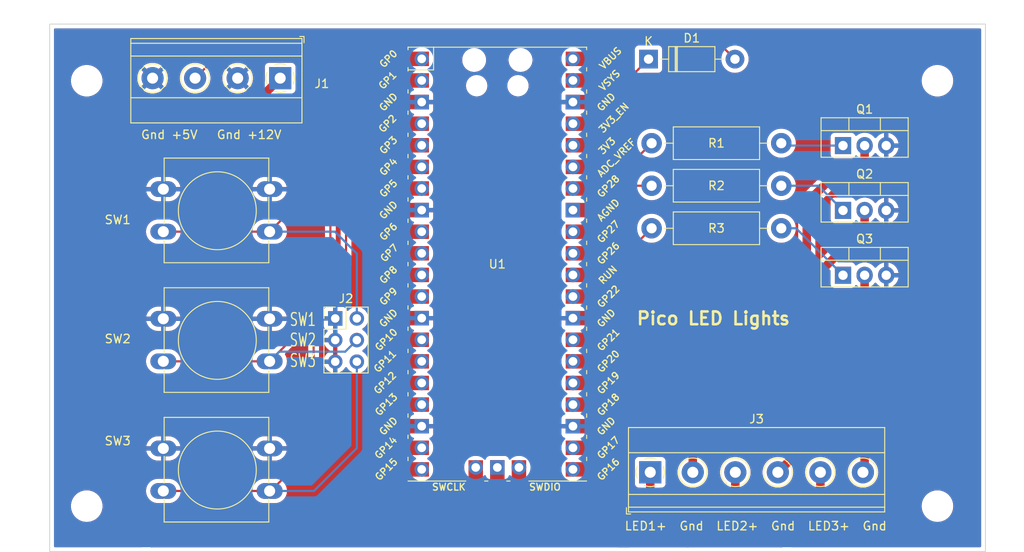
<source format=kicad_pcb>
(kicad_pcb (version 20211014) (generator pcbnew)
  (layers (0 "F.Cu" signal) (31 "B.Cu" signal) (34 "B.Paste" user) (35 "F.Paste" user) (36 "B.SilkS" user "B.Silkscreen") (37 "F.SilkS" user "F.Silkscreen") (38 "B.Mask" user) (39 "F.Mask" user) (44 "Edge.Cuts" user))
  (net 0 "")
  (net 1 "Net-(D1-Pad1)")
  (net 2 "+5V")
  (net 3 "+12V")
  (net 4 "GND")
  (net 5 "Net-(J2-Pad4)")
  (net 6 "Net-(J2-Pad2)")
  (net 7 "Net-(J2-Pad6)")
  (net 8 "Net-(J3-Pad2)")
  (net 9 "Net-(J3-Pad4)")
  (net 10 "Net-(J3-Pad6)")
  (net 11 "Net-(Q1-Pad1)")
  (net 12 "Net-(Q2-Pad1)")
  (net 13 "Net-(Q3-Pad1)")
  (net 14 "Net-(R1-Pad2)")
  (net 15 "Net-(R2-Pad2)")
  (net 16 "Net-(R3-Pad2)")
  (footprint "Button_Switch_THT:SW_PUSH-12mm" (layer "F.Cu") (at 95.36 86.4)
    (fp_text reference "SW1" (at -5.36 3.6) (layer "F.SilkS"))
    (fp_text value "SW_Push")
    (fp_line (start 0.1 4.07) (end 0.1 0.93) (layer "F.SilkS") (width 0.12))
    (fp_line (start 12.4 8.65) (end 0.1 8.65) (layer "F.SilkS") (width 0.12))
    (fp_line (start 0.1 -0.93) (end 0.1 -3.65) (layer "F.SilkS") (width 0.12))
    (fp_line (start 12.4 0.93) (end 12.4 4.07) (layer "F.SilkS") (width 0.12))
    (fp_line (start 12.4 5.93) (end 12.4 8.65) (layer "F.SilkS") (width 0.12))
    (fp_line (start 12.4 -3.65) (end 12.4 -0.93) (layer "F.SilkS") (width 0.12))
    (fp_line (start 0.1 -3.65) (end 12.4 -3.65) (layer "F.SilkS") (width 0.12))
    (fp_line (start 0.1 8.65) (end 0.1 5.93) (layer "F.SilkS") (width 0.12))
    (fp_circle (center 6.35 2.54) (end 10.16 5.08) (layer "F.SilkS") (width 0.12) (fill none))
    (pad "1" thru_hole oval (at 0 0) (size 3.048 1.85) (drill 1.3) (layers *.Cu *.Mask) (net 4 "GND"))
    (pad "1" thru_hole oval (at 12.5 0) (size 3.048 1.85) (drill 1.3) (layers *.Cu *.Mask) (net 4 "GND"))
    (pad "2" thru_hole oval (at 0 5) (size 3.048 1.85) (drill 1.3) (layers *.Cu *.Mask) (net 6 "Net-(J2-Pad2)"))
    (pad "2" thru_hole oval (at 12.5 5) (size 3.048 1.85) (drill 1.3) (layers *.Cu *.Mask) (net 6 "Net-(J2-Pad2)"))
  )
  (footprint "MountingHole:MountingHole_2.7mm_M2.5" (layer "F.Cu") (at 86.36 73.66)
    (fp_text reference "REF**")
    (fp_text value "MountingHole_2.7mm_M2.5")
    (pad "" np_thru_hole circle (at 0 0) (size 2.7 2.7) (drill 2.7) (layers *.Cu *.Mask))
    (pad "" np_thru_hole circle (at 0 0) (size 2.7 2.7) (drill 2.7) (layers *.Cu *.Mask))
  )
  (footprint "Button_Switch_THT:SW_PUSH-12mm" (layer "F.Cu") (at 95.36 116.88)
    (fp_text reference "SW3" (at -5.36 -0.88) (layer "F.SilkS"))
    (fp_text value "SW_Push")
    (fp_line (start 0.1 -3.65) (end 12.4 -3.65) (layer "F.SilkS") (width 0.12))
    (fp_line (start 0.1 -0.93) (end 0.1 -3.65) (layer "F.SilkS") (width 0.12))
    (fp_line (start 12.4 5.93) (end 12.4 8.65) (layer "F.SilkS") (width 0.12))
    (fp_line (start 12.4 0.93) (end 12.4 4.07) (layer "F.SilkS") (width 0.12))
    (fp_line (start 0.1 4.07) (end 0.1 0.93) (layer "F.SilkS") (width 0.12))
    (fp_line (start 12.4 -3.65) (end 12.4 -0.93) (layer "F.SilkS") (width 0.12))
    (fp_line (start 0.1 8.65) (end 0.1 5.93) (layer "F.SilkS") (width 0.12))
    (fp_line (start 12.4 8.65) (end 0.1 8.65) (layer "F.SilkS") (width 0.12))
    (fp_circle (center 6.35 2.54) (end 10.16 5.08) (layer "F.SilkS") (width 0.12) (fill none))
    (pad "1" thru_hole oval (at 0 0) (size 3.048 1.85) (drill 1.3) (layers *.Cu *.Mask) (net 4 "GND"))
    (pad "1" thru_hole oval (at 12.5 0) (size 3.048 1.85) (drill 1.3) (layers *.Cu *.Mask) (net 4 "GND"))
    (pad "2" thru_hole oval (at 12.5 5) (size 3.048 1.85) (drill 1.3) (layers *.Cu *.Mask) (net 7 "Net-(J2-Pad6)"))
    (pad "2" thru_hole oval (at 0 5) (size 3.048 1.85) (drill 1.3) (layers *.Cu *.Mask) (net 7 "Net-(J2-Pad6)"))
  )
  (footprint "Resistor_THT:R_Axial_DIN0411_L9.9mm_D3.6mm_P15.24mm_Horizontal" (layer "F.Cu") (at 168 81 180)
    (fp_text reference "R1" (at 7.62 0) (layer "F.SilkS"))
    (fp_text value "470R")
    (fp_line (start 2.55 1.92) (end 12.69 1.92) (layer "F.SilkS") (width 0.12))
    (fp_line (start 2.55 -1.92) (end 2.55 1.92) (layer "F.SilkS") (width 0.12))
    (fp_line (start 1.44 0) (end 2.55 0) (layer "F.SilkS") (width 0.12))
    (fp_line (start 13.8 0) (end 12.69 0) (layer "F.SilkS") (width 0.12))
    (fp_line (start 12.69 1.92) (end 12.69 -1.92) (layer "F.SilkS") (width 0.12))
    (fp_line (start 12.69 -1.92) (end 2.55 -1.92) (layer "F.SilkS") (width 0.12))
    (pad "1" thru_hole circle (at 0 0 180) (size 2.4 2.4) (drill 1.2) (layers *.Cu *.Mask) (net 11 "Net-(Q1-Pad1)"))
    (pad "2" thru_hole oval (at 15.24 0 180) (size 2.4 2.4) (drill 1.2) (layers *.Cu *.Mask) (net 14 "Net-(R1-Pad2)"))
  )
  (footprint "Package_TO_SOT_THT:TO-220-3_Vertical" (layer "F.Cu") (at 175.26 88.9)
    (fp_text reference "Q2" (at 2.54 -4.27) (layer "F.SilkS"))
    (fp_text value "IRLB8721PBF")
    (fp_line (start 7.66 -3.27) (end 7.66 1.371) (layer "F.SilkS") (width 0.12))
    (fp_line (start 0.69 -3.27) (end 0.69 -1.76) (layer "F.SilkS") (width 0.12))
    (fp_line (start -2.58 -3.27) (end 7.66 -3.27) (layer "F.SilkS") (width 0.12))
    (fp_line (start 4.391 -3.27) (end 4.391 -1.76) (layer "F.SilkS") (width 0.12))
    (fp_line (start -2.58 1.371) (end 7.66 1.371) (layer "F.SilkS") (width 0.12))
    (fp_line (start -2.58 -3.27) (end -2.58 1.371) (layer "F.SilkS") (width 0.12))
    (fp_line (start -2.58 -1.76) (end 7.66 -1.76) (layer "F.SilkS") (width 0.12))
    (pad "1" thru_hole rect (at 0 0) (size 1.905 2) (drill 1.1) (layers *.Cu *.Mask) (net 12 "Net-(Q2-Pad1)"))
    (pad "2" thru_hole oval (at 2.54 0) (size 1.905 2) (drill 1.1) (layers *.Cu *.Mask) (net 9 "Net-(J3-Pad4)"))
    (pad "3" thru_hole oval (at 5.08 0) (size 1.905 2) (drill 1.1) (layers *.Cu *.Mask) (net 4 "GND"))
  )
  (footprint "Package_TO_SOT_THT:TO-220-3_Vertical" (layer "F.Cu") (at 175.26 81.28)
    (fp_text reference "Q1" (at 2.54 -4.27) (layer "F.SilkS"))
    (fp_text value "IRLB8721PBF")
    (fp_line (start 4.391 -3.27) (end 4.391 -1.76) (layer "F.SilkS") (width 0.12))
    (fp_line (start -2.58 -3.27) (end 7.66 -3.27) (layer "F.SilkS") (width 0.12))
    (fp_line (start -2.58 -1.76) (end 7.66 -1.76) (layer "F.SilkS") (width 0.12))
    (fp_line (start -2.58 -3.27) (end -2.58 1.371) (layer "F.SilkS") (width 0.12))
    (fp_line (start -2.58 1.371) (end 7.66 1.371) (layer "F.SilkS") (width 0.12))
    (fp_line (start 0.69 -3.27) (end 0.69 -1.76) (layer "F.SilkS") (width 0.12))
    (fp_line (start 7.66 -3.27) (end 7.66 1.371) (layer "F.SilkS") (width 0.12))
    (pad "1" thru_hole rect (at 0 0) (size 1.905 2) (drill 1.1) (layers *.Cu *.Mask) (net 11 "Net-(Q1-Pad1)"))
    (pad "2" thru_hole oval (at 2.54 0) (size 1.905 2) (drill 1.1) (layers *.Cu *.Mask) (net 8 "Net-(J3-Pad2)"))
    (pad "3" thru_hole oval (at 5.08 0) (size 1.905 2) (drill 1.1) (layers *.Cu *.Mask) (net 4 "GND"))
  )
  (footprint "RPi_Pico:RPi_Pico_SMD_TH" (layer "F.Cu") (at 134.625 95.215)
    (fp_text reference "U1" (at 0 0) (layer "F.SilkS"))
    (fp_text value "Pico")
    (fp_text user "GP5" (at -12.8 -8.89 45) (layer "F.SilkS") (effects (font (size 0.8 0.8))))
    (fp_text user "GND" (at -12.8 -19.05 45) (layer "F.SilkS") (effects (font (size 0.8 0.8))))
    (fp_text user "GP18" (at 13.054 16.51 45) (layer "F.SilkS") (effects (font (size 0.8 0.8))))
    (fp_text user "GP14" (at -13.1 21.59 45) (layer "F.SilkS") (effects (font (size 0.8 0.8))))
    (fp_text user "GP4" (at -12.8 -11.43 45) (layer "F.SilkS") (effects (font (size 0.8 0.8))))
    (fp_text user "GP8" (at -12.8 1.27 45) (layer "F.SilkS") (effects (font (size 0.8 0.8))))
    (fp_text user "GND" (at 12.8 19.05 45) (layer "F.SilkS") (effects (font (size 0.8 0.8))))
    (fp_text user "GP16" (at 13.054 24.13 45) (layer "F.SilkS") (effects (font (size 0.8 0.8))))
    (fp_text user "GND" (at -12.8 6.35 45) (layer "F.SilkS") (effects (font (size 0.8 0.8))))
    (fp_text user "RUN" (at 13 1.27 45) (layer "F.SilkS") (effects (font (size 0.8 0.8))))
    (fp_text user "GP6" (at -12.8 -3.81 45) (layer "F.SilkS") (effects (font (size 0.8 0.8))))
    (fp_text user "AGND" (at 13.054 -6.35 45) (layer "F.SilkS") (effects (font (size 0.8 0.8))))
    (fp_text user "VSYS" (at 13.2 -21.59 45) (layer "F.SilkS") (effects (font (size 0.8 0.8))))
    (fp_text user "GP27" (at 13.054 -3.8 45) (layer "F.SilkS") (effects (font (size 0.8 0.8))))
    (fp_text user "GP2" (at -12.9 -16.51 45) (layer "F.SilkS") (effects (font (size 0.8 0.8))))
    (fp_text user "GND" (at 12.8 6.35 45) (layer "F.SilkS") (effects (font (size 0.8 0.8))))
    (fp_text user "GND" (at -12.8 19.05 45) (layer "F.SilkS") (effects (font (size 0.8 0.8))))
    (fp_text user "GP11" (at -13.2 11.43 45) (layer "F.SilkS") (effects (font (size 0.8 0.8))))
    (fp_text user "GP9" (at -12.8 3.81 45) (layer "F.SilkS") (effects (font (size 0.8 0.8))))
    (fp_text user "GP1" (at -12.9 -21.6 45) (layer "F.SilkS") (effects (font (size 0.8 0.8))))
    (fp_text user "GP7" (at -12.7 -1.3 45) (layer "F.SilkS") (effects (font (size 0.8 0.8))))
    (fp_text user "GP28" (at 13.054 -9.144 45) (layer "F.SilkS") (effects (font (size 0.8 0.8))))
    (fp_text user "GP12" (at -13.2 13.97 45) (layer "F.SilkS") (effects (font (size 0.8 0.8))))
    (fp_text user "3V3" (at 12.9 -13.9 45) (layer "F.SilkS") (effects (font (size 0.8 0.8))))
    (fp_text user "GP21" (at 13.054 8.9 45) (layer "F.SilkS") (effects (font (size 0.8 0.8))))
    (fp_text user "GND" (at 12.8 -19.05 45) (layer "F.SilkS") (effects (font (size 0.8 0.8))))
    (fp_text user "GP20" (at 13.054 11.43 45) (layer "F.SilkS") (effects (font (size 0.8 0.8))))
    (fp_text user "GP22" (at 13.054 3.81 45) (layer "F.SilkS") (effects (font (size 0.8 0.8))))
    (fp_text user "GND" (at -12.8 -6.35 45) (layer "F.SilkS") (effects (font (size 0.8 0.8))))
    (fp_text user "GP13" (at -13.054 16.51 45) (layer "F.SilkS") (effects (font (size 0.8 0.8))))
    (fp_text user "GP19" (at 13.054 13.97 45) (layer "F.SilkS") (effects (font (size 0.8 0.8))))
    (fp_text user "GP10" (at -13.054 8.89 45) (layer "F.SilkS") (effects (font (size 0.8 0.8))))
    (fp_text user "GP0" (at -12.8 -24.13 45) (layer "F.SilkS") (effects (font (size 0.8 0.8))))
    (fp_text user "GP26" (at 13.054 -1.27 45) (layer "F.SilkS") (effects (font (size 0.8 0.8))))
    (fp_text user "GP15" (at -13.054 24.13 45) (layer "F.SilkS") (effects (font (size 0.8 0.8))))
    (fp_text user "VBUS" (at 13.3 -24.2 45) (layer "F.SilkS") (effects (font (size 0.8 0.8))))
    (fp_text user "GP3" (at -12.8 -13.97 45) (layer "F.SilkS") (effects (font (size 0.8 0.8))))
    (fp_text user "SWDIO" (at 5.6 26.2) (layer "F.SilkS") (effects (font (size 0.8 0.8))))
    (fp_text user "GP17" (at 13.054 21.59 45) (layer "F.SilkS") (effects (font (size 0.8 0.8))))
    (fp_text user "ADC_VREF" (at 14 -12.5 45) (layer "F.SilkS") (effects (font (size 0.8 0.8))))
    (fp_text user "3V3_EN" (at 13.7 -17.2 45) (layer "F.SilkS") (effects (font (size 0.8 0.8))))
    (fp_text user "SWCLK" (at -5.7 26.2) (layer "F.SilkS") (effects (font (size 0.8 0.8))))
    (fp_line (start -7.493 -22.833) (end -7.493 -25.5) (layer "F.SilkS") (width 0.12))
    (fp_line (start -10.5 22.7) (end -10.5 23.1) (layer "F.SilkS") (width 0.12))
    (fp_line (start -10.5 -23.1) (end -10.5 -22.7) (layer "F.SilkS") (width 0.12))
    (fp_line (start 10.5 -18) (end 10.5 -17.6) (layer "F.SilkS") (width 0.12))
    (fp_line (start 10.5 22.7) (end 10.5 23.1) (layer "F.SilkS") (width 0.12))
    (fp_line (start -10.5 -20.5) (end -10.5 -20.1) (layer "F.SilkS") (width 0.12))
    (fp_line (start -10.5 -12.9) (end -10.5 -12.5) (layer "F.SilkS") (width 0.12))
    (fp_line (start 1.1 25.5) (end 1.5 25.5) (layer "F.SilkS") (width 0.12))
    (fp_line (start 10.5 -23.1) (end 10.5 -22.7) (layer "F.SilkS") (width 0.12))
    (fp_line (start -10.5 17.6) (end -10.5 18) (layer "F.SilkS") (width 0.12))
    (fp_line (start -10.5 7.4) (end -10.5 7.8) (layer "F.SilkS") (width 0.12))
    (fp_line (start 10.5 -7.8) (end 10.5 -7.4) (layer "F.SilkS") (width 0.12))
    (fp_line (start 10.5 20.1) (end 10.5 20.5) (layer "F.SilkS") (width 0.12))
    (fp_line (start 10.5 -12.9) (end 10.5 -12.5) (layer "F.SilkS") (width 0.12))
    (fp_line (start 10.5 -20.5) (end 10.5 -20.1) (layer "F.SilkS") (width 0.12))
    (fp_line (start -1.5 25.5) (end -1.1 25.5) (layer "F.SilkS") (width 0.12))
    (fp_line (start -10.5 15.1) (end -10.5 15.5) (layer "F.SilkS") (width 0.12))
    (fp_line (start 10.5 -2.7) (end 10.5 -2.3) (layer "F.SilkS") (width 0.12))
    (fp_line (start -10.5 -7.8) (end -10.5 -7.4) (layer "F.SilkS") (width 0.12))
    (fp_line (start 10.5 2.3) (end 10.5 2.7) (layer "F.SilkS") (width 0.12))
    (fp_line (start -10.5 -25.5) (end -10.5 -25.2) (layer "F.SilkS") (width 0.12))
    (fp_line (start -3.7 25.5) (end -10.5 25.5) (layer "F.SilkS") (width 0.12))
    (fp_line (start -10.5 -22.833) (end -7.493 -22.833) (layer "F.SilkS") (width 0.12))
    (fp_line (start -10.5 -10.4) (end -10.5 -10) (layer "F.SilkS") (width 0.12))
    (fp_line (start 10.5 17.6) (end 10.5 18) (layer "F.SilkS") (width 0.12))
    (fp_line (start -10.5 -2.7) (end -10.5 -2.3) (layer "F.SilkS") (width 0.12))
    (fp_line (start 10.5 -25.5) (end 10.5 -25.2) (layer "F.SilkS") (width 0.12))
    (fp_line (start 10.5 10) (end 10.5 10.4) (layer "F.SilkS") (width 0.12))
    (fp_line (start 10.5 -5.3) (end 10.5 -4.9) (layer "F.SilkS") (width 0.12))
    (fp_line (start -10.5 12.5) (end -10.5 12.9) (layer "F.SilkS") (width 0.12))
    (fp_line (start 10.5 4.9) (end 10.5 5.3) (layer "F.SilkS") (width 0.12))
    (fp_line (start 10.5 15.1) (end 10.5 15.5) (layer "F.SilkS") (width 0.12))
    (fp_line (start -10.5 -15.4) (end -10.5 -15) (layer "F.SilkS") (width 0.12))
    (fp_line (start -10.5 10) (end -10.5 10.4) (layer "F.SilkS") (width 0.12))
    (fp_line (start 10.5 -10.4) (end 10.5 -10) (layer "F.SilkS") (width 0.12))
    (fp_line (start -10.5 20.1) (end -10.5 20.5) (layer "F.SilkS") (width 0.12))
    (fp_line (start -10.5 2.3) (end -10.5 2.7) (layer "F.SilkS") (width 0.12))
    (fp_line (start 10.5 25.5) (end 3.7 25.5) (layer "F.SilkS") (width 0.12))
    (fp_line (start 10.5 12.5) (end 10.5 12.9) (layer "F.SilkS") (width 0.12))
    (fp_line (start -10.5 -18) (end -10.5 -17.6) (layer "F.SilkS") (width 0.12))
    (fp_line (start -10.5 4.9) (end -10.5 5.3) (layer "F.SilkS") (width 0.12))
    (fp_line (start -10.5 -25.5) (end 10.5 -25.5) (layer "F.SilkS") (width 0.12))
    (fp_line (start 10.5 -0.2) (end 10.5 0.2) (layer "F.SilkS") (width 0.12))
    (fp_line (start 10.5 -15.4) (end 10.5 -15) (layer "F.SilkS") (width 0.12))
    (fp_line (start -10.5 -5.3) (end -10.5 -4.9) (layer "F.SilkS") (width 0.12))
    (fp_line (start 10.5 7.4) (end 10.5 7.8) (layer "F.SilkS") (width 0.12))
    (fp_line (start -10.5 -0.2) (end -10.5 0.2) (layer "F.SilkS") (width 0.12))
    (pad "" np_thru_hole oval locked (at 2.425 -20.97) (size 1.5 1.5) (drill 1.5) (layers *.Cu *.Mask))
    (pad "" np_thru_hole oval locked (at -2.725 -24) (size 1.8 1.8) (drill 1.8) (layers *.Cu *.Mask))
    (pad "" np_thru_hole oval locked (at -2.425 -20.97) (size 1.5 1.5) (drill 1.5) (layers *.Cu *.Mask))
    (pad "" np_thru_hole oval locked (at 2.725 -24) (size 1.8 1.8) (drill 1.8) (layers *.Cu *.Mask))
    (pad "1" thru_hole oval locked (at -8.89 -24.13) (size 1.7 1.7) (drill 1.02) (layers *.Cu *.Mask))
    (pad "1" smd rect locked (at -8.89 -24.13) (size 3.5 1.7) (drill (offset -0.9 0)) (layers "F.Cu" "F.Mask"))
    (pad "2" smd rect locked (at -8.89 -21.59) (size 3.5 1.7) (drill (offset -0.9 0)) (layers "F.Cu" "F.Mask"))
    (pad "2" thru_hole oval locked (at -8.89 -21.59) (size 1.7 1.7) (drill 1.02) (layers *.Cu *.Mask))
    (pad "3" smd rect locked (at -8.89 -19.05) (size 3.5 1.7) (drill (offset -0.9 0)) (layers "F.Cu" "F.Mask") (net 4 "GND"))
    (pad "3" thru_hole rect locked (at -8.89 -19.05) (size 1.7 1.7) (drill 1.02) (layers *.Cu *.Mask) (net 4 "GND"))
    (pad "4" thru_hole oval locked (at -8.89 -16.51) (size 1.7 1.7) (drill 1.02) (layers *.Cu *.Mask))
    (pad "4" smd rect locked (at -8.89 -16.51) (size 3.5 1.7) (drill (offset -0.9 0)) (layers "F.Cu" "F.Mask"))
    (pad "5" smd rect locked (at -8.89 -13.97) (size 3.5 1.7) (drill (offset -0.9 0)) (layers "F.Cu" "F.Mask") (net 6 "Net-(J2-Pad2)"))
    (pad "5" thru_hole oval locked (at -8.89 -13.97) (size 1.7 1.7) (drill 1.02) (layers *.Cu *.Mask) (net 6 "Net-(J2-Pad2)"))
    (pad "6" thru_hole oval locked (at -8.89 -11.43) (size 1.7 1.7) (drill 1.02) (layers *.Cu *.Mask) (net 5 "Net-(J2-Pad4)"))
    (pad "6" smd rect locked (at -8.89 -11.43) (size 3.5 1.7) (drill (offset -0.9 0)) (layers "F.Cu" "F.Mask") (net 5 "Net-(J2-Pad4)"))
    (pad "7" thru_hole oval locked (at -8.89 -8.89) (size 1.7 1.7) (drill 1.02) (layers *.Cu *.Mask) (net 7 "Net-(J2-Pad6)"))
    (pad "7" smd rect locked (at -8.89 -8.89) (size 3.5 1.7) (drill (offset -0.9 0)) (layers "F.Cu" "F.Mask") (net 7 "Net-(J2-Pad6)"))
    (pad "8" smd rect locked (at -8.89 -6.35) (size 3.5 1.7) (drill (offset -0.9 0)) (layers "F.Cu" "F.Mask") (net 4 "GND"))
    (pad "8" thru_hole rect locked (at -8.89 -6.35) (size 1.7 1.7) (drill 1.02) (layers *.Cu *.Mask) (net 4 "GND"))
    (pad "9" smd rect locked (at -8.89 -3.81) (size 3.5 1.7) (drill (offset -0.9 0)) (layers "F.Cu" "F.Mask"))
    (pad "9" thru_hole oval locked (at -8.89 -3.81) (size 1.7 1.7) (drill 1.02) (layers *.Cu *.Mask))
    (pad "10" smd rect locked (at -8.89 -1.27) (size 3.5 1.7) (drill (offset -0.9 0)) (layers "F.Cu" "F.Mask"))
    (pad "10" thru_hole oval locked (at -8.89 -1.27) (size 1.7 1.7) (drill 1.02) (layers *.Cu *.Mask))
    (pad "11" thru_hole oval locked (at -8.89 1.27) (size 1.7 1.7) (drill 1.02) (layers *.Cu *.Mask))
    (pad "11" smd rect locked (at -8.89 1.27) (size 3.5 1.7) (drill (offset -0.9 0)) (layers "F.Cu" "F.Mask"))
    (pad "12" thru_hole oval locked (at -8.89 3.81) (size 1.7 1.7) (drill 1.02) (layers *.Cu *.Mask))
    (pad "12" smd rect locked (at -8.89 3.81) (size 3.5 1.7) (drill (offset -0.9 0)) (layers "F.Cu" "F.Mask"))
    (pad "13" thru_hole rect locked (at -8.89 6.35) (size 1.7 1.7) (drill 1.02) (layers *.Cu *.Mask) (net 4 "GND"))
    (pad "13" smd rect locked (at -8.89 6.35) (size 3.5 1.7) (drill (offset -0.9 0)) (layers "F.Cu" "F.Mask") (net 4 "GND"))
    (pad "14" thru_hole oval locked (at -8.89 8.89) (size 1.7 1.7) (drill 1.02) (layers *.Cu *.Mask))
    (pad "14" smd rect locked (at -8.89 8.89) (size 3.5 1.7) (drill (offset -0.9 0)) (layers "F.Cu" "F.Mask"))
    (pad "15" smd rect locked (at -8.89 11.43) (size 3.5 1.7) (drill (offset -0.9 0)) (layers "F.Cu" "F.Mask"))
    (pad "15" thru_hole oval locked (at -8.89 11.43) (size 1.7 1.7) (drill 1.02) (layers *.Cu *.Mask))
    (pad "16" smd rect locked (at -8.89 13.97) (size 3.5 1.7) (drill (offset -0.9 0)) (layers "F.Cu" "F.Mask"))
    (pad "16" thru_hole oval locked (at -8.89 13.97) (size 1.7 1.7) (drill 1.02) (layers *.Cu *.Mask))
    (pad "17" thru_hole oval locked (at -8.89 16.51) (size 1.7 1.7) (drill 1.02) (layers *.Cu *.Mask))
    (pad "17" smd rect locked (at -8.89 16.51) (size 3.5 1.7) (drill (offset -0.9 0)) (layers "F.Cu" "F.Mask"))
    (pad "18" smd rect locked (at -8.89 19.05) (size 3.5 1.7) (drill (offset -0.9 0)) (layers "F.Cu" "F.Mask") (net 4 "GND"))
    (pad "18" thru_hole rect locked (at -8.89 19.05) (size 1.7 1.7) (drill 1.02) (layers *.Cu *.Mask) (net 4 "GND"))
    (pad "19" thru_hole oval locked (at -8.89 21.59) (size 1.7 1.7) (drill 1.02) (layers *.Cu *.Mask))
    (pad "19" smd rect locked (at -8.89 21.59) (size 3.5 1.7) (drill (offset -0.9 0)) (layers "F.Cu" "F.Mask"))
    (pad "20" smd rect locked (at -8.89 24.13) (size 3.5 1.7) (drill (offset -0.9 0)) (layers "F.Cu" "F.Mask"))
    (pad "20" thru_hole oval locked (at -8.89 24.13) (size 1.7 1.7) (drill 1.02) (layers *.Cu *.Mask))
    (pad "21" smd rect locked (at 8.89 24.13) (size 3.5 1.7) (drill (offset 0.9 0)) (layers "F.Cu" "F.Mask"))
    (pad "21" thru_hole oval locked (at 8.89 24.13) (size 1.7 1.7) (drill 1.02) (layers *.Cu *.Mask))
    (pad "22" thru_hole oval locked (at 8.89 21.59) (size 1.7 1.7) (drill 1.02) (layers *.Cu *.Mask))
    (pad "22" smd rect locked (at 8.89 21.59) (size 3.5 1.7) (drill (offset 0.9 0)) (layers "F.Cu" "F.Mask"))
    (pad "23" smd rect locked (at 8.89 19.05) (size 3.5 1.7) (drill (offset 0.9 0)) (layers "F.Cu" "F.Mask") (net 4 "GND"))
    (pad "23" thru_hole rect locked (at 8.89 19.05) (size 1.7 1.7) (drill 1.02) (layers *.Cu *.Mask) (net 4 "GND"))
    (pad "24" smd rect locked (at 8.89 16.51) (size 3.5 1.7) (drill (offset 0.9 0)) (layers "F.Cu" "F.Mask") (net 16 "Net-(R3-Pad2)"))
    (pad "24" thru_hole oval locked (at 8.89 16.51) (size 1.7 1.7) (drill 1.02) (layers *.Cu *.Mask) (net 16 "Net-(R3-Pad2)"))
    (pad "25" smd rect locked (at 8.89 13.97) (size 3.5 1.7) (drill (offset 0.9 0)) (layers "F.Cu" "F.Mask") (net 15 "Net-(R2-Pad2)"))
    (pad "25" thru_hole oval locked (at 8.89 13.97) (size 1.7 1.7) (drill 1.02) (layers *.Cu *.Mask) (net 15 "Net-(R2-Pad2)"))
    (pad "26" smd rect locked (at 8.89 11.43) (size 3.5 1.7) (drill (offset 0.9 0)) (layers "F.Cu" "F.Mask") (net 14 "Net-(R1-Pad2)"))
    (pad "26" thru_hole oval locked (at 8.89 11.43) (size 1.7 1.7) (drill 1.02) (layers *.Cu *.Mask) (net 14 "Net-(R1-Pad2)"))
    (pad "27" thru_hole oval locked (at 8.89 8.89) (size 1.7 1.7) (drill 1.02) (layers *.Cu *.Mask))
    (pad "27" smd rect locked (at 8.89 8.89) (size 3.5 1.7) (drill (offset 0.9 0)) (layers "F.Cu" "F.Mask"))
    (pad "28" smd rect locked (at 8.89 6.35) (size 3.5 1.7) (drill (offset 0.9 0)) (layers "F.Cu" "F.Mask") (net 4 "GND"))
    (pad "28" thru_hole rect locked (at 8.89 6.35) (size 1.7 1.7) (drill 1.02) (layers *.Cu *.Mask) (net 4 "GND"))
    (pad "29" smd rect locked (at 8.89 3.81) (size 3.5 1.7) (drill (offset 0.9 0)) (layers "F.Cu" "F.Mask"))
    (pad "29" thru_hole oval locked (at 8.89 3.81) (size 1.7 1.7) (drill 1.02) (layers *.Cu *.Mask))
    (pad "30" smd rect locked (at 8.89 1.27) (size 3.5 1.7) (drill (offset 0.9 0)) (layers "F.Cu" "F.Mask"))
    (pad "30" thru_hole oval locked (at 8.89 1.27) (size 1.7 1.7) (drill 1.02) (layers *.Cu *.Mask))
    (pad "31" thru_hole oval locked (at 8.89 -1.27) (size 1.7 1.7) (drill 1.02) (layers *.Cu *.Mask))
    (pad "31" smd rect locked (at 8.89 -1.27) (size 3.5 1.7) (drill (offset 0.9 0)) (layers "F.Cu" "F.Mask"))
    (pad "32" thru_hole oval locked (at 8.89 -3.81) (size 1.7 1.7) (drill 1.02) (layers *.Cu *.Mask))
    (pad "32" smd rect locked (at 8.89 -3.81) (size 3.5 1.7) (drill (offset 0.9 0)) (layers "F.Cu" "F.Mask"))
    (pad "33" thru_hole rect locked (at 8.89 -6.35) (size 1.7 1.7) (drill 1.02) (layers *.Cu *.Mask))
    (pad "33" smd rect locked (at 8.89 -6.35) (size 3.5 1.7) (drill (offset 0.9 0)) (layers "F.Cu" "F.Mask"))
    (pad "34" thru_hole oval locked (at 8.89 -8.89) (size 1.7 1.7) (drill 1.02) (layers *.Cu *.Mask))
    (pad "34" smd rect locked (at 8.89 -8.89) (size 3.5 1.7) (drill (offset 0.9 0)) (layers "F.Cu" "F.Mask"))
    (pad "35" smd rect locked (at 8.89 -11.43) (size 3.5 1.7) (drill (offset 0.9 0)) (layers "F.Cu" "F.Mask"))
    (pad "35" thru_hole oval locked (at 8.89 -11.43) (size 1.7 1.7) (drill 1.02) (layers *.Cu *.Mask))
    (pad "36" thru_hole oval locked (at 8.89 -13.97) (size 1.7 1.7) (drill 1.02) (layers *.Cu *.Mask))
    (pad "36" smd rect locked (at 8.89 -13.97) (size 3.5 1.7) (drill (offset 0.9 0)) (layers "F.Cu" "F.Mask"))
    (pad "37" thru_hole oval locked (at 8.89 -16.51) (size 1.7 1.7) (drill 1.02) (layers *.Cu *.Mask))
    (pad "37" smd rect locked (at 8.89 -16.51) (size 3.5 1.7) (drill (offset 0.9 0)) (layers "F.Cu" "F.Mask"))
    (pad "38" smd rect locked (at 8.89 -19.05) (size 3.5 1.7) (drill (offset 0.9 0)) (layers "F.Cu" "F.Mask") (net 4 "GND"))
    (pad "38" thru_hole rect locked (at 8.89 -19.05) (size 1.7 1.7) (drill 1.02) (layers *.Cu *.Mask) (net 4 "GND"))
    (pad "39" smd rect locked (at 8.89 -21.59) (size 3.5 1.7) (drill (offset 0.9 0)) (layers "F.Cu" "F.Mask") (net 1 "Net-(D1-Pad1)"))
    (pad "39" thru_hole oval locked (at 8.89 -21.59) (size 1.7 1.7) (drill 1.02) (layers *.Cu *.Mask) (net 1 "Net-(D1-Pad1)"))
    (pad "40" thru_hole oval locked (at 8.89 -24.13) (size 1.7 1.7) (drill 1.02) (layers *.Cu *.Mask))
    (pad "40" smd rect locked (at 8.89 -24.13) (size 3.5 1.7) (drill (offset 0.9 0)) (layers "F.Cu" "F.Mask"))
    (pad "41" smd rect locked (at -2.54 23.9 90) (size 3.5 1.7) (drill (offset -0.9 0)) (layers "F.Cu" "F.Mask"))
    (pad "41" thru_hole oval locked (at -2.54 23.9) (size 1.7 1.7) (drill 1.02) (layers *.Cu *.Mask))
    (pad "42" smd rect locked (at 0 23.9 90) (size 3.5 1.7) (drill (offset -0.9 0)) (layers "F.Cu" "F.Mask"))
    (pad "42" thru_hole rect locked (at 0 23.9) (size 1.7 1.7) (drill 1.02) (layers *.Cu *.Mask))
    (pad "43" smd rect locked (at 2.54 23.9 90) (size 3.5 1.7) (drill (offset -0.9 0)) (layers "F.Cu" "F.Mask"))
    (pad "43" thru_hole oval locked (at 2.54 23.9) (size 1.7 1.7) (drill 1.02) (layers *.Cu *.Mask))
  )
  (footprint "TerminalBlock_Phoenix:TerminalBlock_Phoenix_MKDS-1,5-4_1x04_P5.00mm_Horizontal" (layer "F.Cu") (at 109.1 73.355 180)
    (fp_text reference "J1" (at -4.9 -0.645) (layer "F.SilkS"))
    (fp_text value "Power Input")
    (fp_line (start 13.773 1.023) (end 13.726 1.069) (layer "F.SilkS") (width 0.12))
    (fp_line (start 3.966 1.239) (end 3.931 1.274) (layer "F.SilkS") (width 0.12))
    (fp_line (start -2.56 2.6) (end 17.561 2.6) (layer "F.SilkS") (width 0.12))
    (fp_line (start -2.56 4.1) (end 17.561 4.1) (layer "F.SilkS") (width 0.12))
    (fp_line (start 17.561 -5.261) (end 17.561 4.66) (layer "F.SilkS") (width 0.12))
    (fp_line (start 11.275 -1.069) (end 11.228 -1.023) (layer "F.SilkS") (width 0.12))
    (fp_line (start 6.07 -1.275) (end 6.035 -1.239) (layer "F.SilkS") (width 0.12))
    (fp_line (start 8.966 1.239) (end 8.931 1.274) (layer "F.SilkS") (width 0.12))
    (fp_line (start -2.56 -5.261) (end 17.561 -5.261) (layer "F.SilkS") (width 0.12))
    (fp_line (start 6.275 -1.069) (end 6.228 -1.023) (layer "F.SilkS") (width 0.12))
    (fp_line (start 16.07 -1.275) (end 16.035 -1.239) (layer "F.SilkS") (width 0.12))
    (fp_line (start 16.275 -1.069) (end 16.228 -1.023) (layer "F.SilkS") (width 0.12))
    (fp_line (start 11.07 -1.275) (end 11.035 -1.239) (layer "F.SilkS") (width 0.12))
    (fp_line (start -2.8 4.9) (end -2.3 4.9) (layer "F.SilkS") (width 0.12))
    (fp_line (start 13.966 1.239) (end 13.931 1.274) (layer "F.SilkS") (width 0.12))
    (fp_line (start -2.56 -2.301) (end 17.561 -2.301) (layer "F.SilkS") (width 0.12))
    (fp_line (start -2.56 4.66) (end 17.561 4.66) (layer "F.SilkS") (width 0.12))
    (fp_line (start -2.56 -5.261) (end -2.56 4.66) (layer "F.SilkS") (width 0.12))
    (fp_line (start 8.773 1.023) (end 8.726 1.069) (layer "F.SilkS") (width 0.12))
    (fp_line (start -2.8 4.16) (end -2.8 4.9) (layer "F.SilkS") (width 0.12))
    (fp_line (start 3.773 1.023) (end 3.726 1.069) (layer "F.SilkS") (width 0.12))
    (fp_arc (start 0.028805 1.680253) (mid -0.335551 1.646659) (end -0.684 1.535) (layer "F.SilkS") (width 0.12))
    (fp_arc (start 0.683318 1.534756) (mid 0.349292 1.643288) (end 0 1.68) (layer "F.SilkS") (width 0.12))
    (fp_arc (start -1.535427 0.683042) (mid -1.680501 -0.000524) (end -1.535 -0.684) (layer "F.SilkS") (width 0.12))
    (fp_arc (start 1.535427 -0.683042) (mid 1.680501 0.000524) (end 1.535 0.684) (layer "F.SilkS") (width 0.12))
    (fp_arc (start -0.683042 -1.535427) (mid 0.000524 -1.680501) (end 0.684 -1.535) (layer "F.SilkS") (width 0.12))
    (fp_circle (center 5 0) (end 6.68 0) (layer "F.SilkS") (width 0.12) (fill none))
    (fp_circle (center 15 0) (end 16.68 0) (layer "F.SilkS") (width 0.12) (fill none))
    (fp_circle (center 10 0) (end 11.68 0) (layer "F.SilkS") (width 0.12) (fill none))
    (pad "1" thru_hole rect (at 0 0 180) (size 2.6 2.6) (drill 1.3) (layers *.Cu *.Mask) (net 3 "+12V"))
    (pad "2" thru_hole circle (at 5 0 180) (size 2.6 2.6) (drill 1.3) (layers *.Cu *.Mask) (net 4 "GND"))
    (pad "3" thru_hole circle (at 10 0 180) (size 2.6 2.6) (drill 1.3) (layers *.Cu *.Mask) (net 2 "+5V"))
    (pad "4" thru_hole circle (at 15 0 180) (size 2.6 2.6) (drill 1.3) (layers *.Cu *.Mask) (net 4 "GND"))
  )
  (footprint "Package_TO_SOT_THT:TO-220-3_Vertical" (layer "F.Cu") (at 175.26 96.52)
    (fp_text reference "Q3" (at 2.54 -4.27) (layer "F.SilkS"))
    (fp_text value "IRLB8721PBF")
    (fp_line (start 0.69 -3.27) (end 0.69 -1.76) (layer "F.SilkS") (width 0.12))
    (fp_line (start -2.58 -3.27) (end -2.58 1.371) (layer "F.SilkS") (width 0.12))
    (fp_line (start -2.58 1.371) (end 7.66 1.371) (layer "F.SilkS") (width 0.12))
    (fp_line (start 4.391 -3.27) (end 4.391 -1.76) (layer "F.SilkS") (width 0.12))
    (fp_line (start -2.58 -1.76) (end 7.66 -1.76) (layer "F.SilkS") (width 0.12))
    (fp_line (start 7.66 -3.27) (end 7.66 1.371) (layer "F.SilkS") (width 0.12))
    (fp_line (start -2.58 -3.27) (end 7.66 -3.27) (layer "F.SilkS") (width 0.12))
    (pad "1" thru_hole rect (at 0 0) (size 1.905 2) (drill 1.1) (layers *.Cu *.Mask) (net 13 "Net-(Q3-Pad1)"))
    (pad "2" thru_hole oval (at 2.54 0) (size 1.905 2) (drill 1.1) (layers *.Cu *.Mask) (net 10 "Net-(J3-Pad6)"))
    (pad "3" thru_hole oval (at 5.08 0) (size 1.905 2) (drill 1.1) (layers *.Cu *.Mask) (net 4 "GND"))
  )
  (footprint "Connector_PinHeader_2.54mm:PinHeader_2x03_P2.54mm_Vertical" (layer "F.Cu") (at 115.57 101.6)
    (fp_text reference "J2" (at 1.27 -2.33) (layer "F.SilkS"))
    (fp_text value "External Switches")
    (fp_line (start -1.33 -1.33) (end 0 -1.33) (layer "F.SilkS") (width 0.12))
    (fp_line (start -1.33 1.27) (end -1.33 6.41) (layer "F.SilkS") (width 0.12))
    (fp_line (start 1.27 -1.33) (end 3.87 -1.33) (layer "F.SilkS") (width 0.12))
    (fp_line (start 3.87 -1.33) (end 3.87 6.41) (layer "F.SilkS") (width 0.12))
    (fp_line (start -1.33 0) (end -1.33 -1.33) (layer "F.SilkS") (width 0.12))
    (fp_line (start -1.33 1.27) (end 1.27 1.27) (layer "F.SilkS") (width 0.12))
    (fp_line (start 1.27 1.27) (end 1.27 -1.33) (layer "F.SilkS") (width 0.12))
    (fp_line (start -1.33 6.41) (end 3.87 6.41) (layer "F.SilkS") (width 0.12))
    (pad "1" thru_hole rect (at 0 0) (size 1.7 1.7) (drill 1) (layers *.Cu *.Mask) (net 4 "GND"))
    (pad "2" thru_hole oval (at 2.54 0) (size 1.7 1.7) (drill 1) (layers *.Cu *.Mask) (net 6 "Net-(J2-Pad2)"))
    (pad "3" thru_hole oval (at 0 2.54) (size 1.7 1.7) (drill 1) (layers *.Cu *.Mask) (net 4 "GND"))
    (pad "4" thru_hole oval (at 2.54 2.54) (size 1.7 1.7) (drill 1) (layers *.Cu *.Mask) (net 5 "Net-(J2-Pad4)"))
    (pad "5" thru_hole oval (at 0 5.08) (size 1.7 1.7) (drill 1) (layers *.Cu *.Mask) (net 4 "GND"))
    (pad "6" thru_hole oval (at 2.54 5.08) (size 1.7 1.7) (drill 1) (layers *.Cu *.Mask) (net 7 "Net-(J2-Pad6)"))
  )
  (footprint "MountingHole:MountingHole_2.7mm_M2.5" (layer "F.Cu") (at 86.36 123.66)
    (fp_text reference "REF**")
    (fp_text value "MountingHole_2.7mm_M2.5")
    (pad "" np_thru_hole circle (at 0 0) (size 2.7 2.7) (drill 2.7) (layers *.Cu *.Mask))
    (pad "" np_thru_hole circle (at 0 0) (size 2.7 2.7) (drill 2.7) (layers *.Cu *.Mask))
  )
  (footprint "Button_Switch_THT:SW_PUSH-12mm" (layer "F.Cu") (at 95.36 101.64)
    (fp_text reference "SW2" (at -5.36 2.36) (layer "F.SilkS"))
    (fp_text value "SW_Push")
    (fp_line (start 12.4 -3.65) (end 12.4 -0.93) (layer "F.SilkS") (width 0.12))
    (fp_line (start 0.1 8.65) (end 0.1 5.93) (layer "F.SilkS") (width 0.12))
    (fp_line (start 12.4 5.93) (end 12.4 8.65) (layer "F.SilkS") (width 0.12))
    (fp_line (start 0.1 -0.93) (end 0.1 -3.65) (layer "F.SilkS") (width 0.12))
    (fp_line (start 0.1 -3.65) (end 12.4 -3.65) (layer "F.SilkS") (width 0.12))
    (fp_line (start 12.4 8.65) (end 0.1 8.65) (layer "F.SilkS") (width 0.12))
    (fp_line (start 12.4 0.93) (end 12.4 4.07) (layer "F.SilkS") (width 0.12))
    (fp_line (start 0.1 4.07) (end 0.1 0.93) (layer "F.SilkS") (width 0.12))
    (fp_circle (center 6.35 2.54) (end 10.16 5.08) (layer "F.SilkS") (width 0.12) (fill none))
    (pad "1" thru_hole oval (at 12.5 0) (size 3.048 1.85) (drill 1.3) (layers *.Cu *.Mask) (net 4 "GND"))
    (pad "1" thru_hole oval (at 0 0) (size 3.048 1.85) (drill 1.3) (layers *.Cu *.Mask) (net 4 "GND"))
    (pad "2" thru_hole oval (at 12.5 5) (size 3.048 1.85) (drill 1.3) (layers *.Cu *.Mask) (net 5 "Net-(J2-Pad4)"))
    (pad "2" thru_hole oval (at 0 5) (size 3.048 1.85) (drill 1.3) (layers *.Cu *.Mask) (net 5 "Net-(J2-Pad4)"))
  )
  (footprint "MountingHole:MountingHole_2.7mm_M2.5" (layer "F.Cu") (at 186.36 123.66)
    (fp_text reference "REF**")
    (fp_text value "MountingHole_2.7mm_M2.5")
    (pad "" np_thru_hole circle (at 0 0) (size 2.7 2.7) (drill 2.7) (layers *.Cu *.Mask))
    (pad "" np_thru_hole circle (at 0 0) (size 2.7 2.7) (drill 2.7) (layers *.Cu *.Mask))
  )
  (footprint "Resistor_THT:R_Axial_DIN0411_L9.9mm_D3.6mm_P15.24mm_Horizontal" (layer "F.Cu") (at 168 91 180)
    (fp_text reference "R3" (at 7.62 0) (layer "F.SilkS"))
    (fp_text value "470R")
    (fp_line (start 13.8 0) (end 12.69 0) (layer "F.SilkS") (width 0.12))
    (fp_line (start 1.44 0) (end 2.55 0) (layer "F.SilkS") (width 0.12))
    (fp_line (start 12.69 -1.92) (end 2.55 -1.92) (layer "F.SilkS") (width 0.12))
    (fp_line (start 2.55 1.92) (end 12.69 1.92) (layer "F.SilkS") (width 0.12))
    (fp_line (start 2.55 -1.92) (end 2.55 1.92) (layer "F.SilkS") (width 0.12))
    (fp_line (start 12.69 1.92) (end 12.69 -1.92) (layer "F.SilkS") (width 0.12))
    (pad "1" thru_hole circle (at 0 0 180) (size 2.4 2.4) (drill 1.2) (layers *.Cu *.Mask) (net 13 "Net-(Q3-Pad1)"))
    (pad "2" thru_hole oval (at 15.24 0 180) (size 2.4 2.4) (drill 1.2) (layers *.Cu *.Mask) (net 16 "Net-(R3-Pad2)"))
  )
  (footprint "Diode_THT:D_DO-41_SOD81_P10.16mm_Horizontal" (layer "F.Cu") (at 152.4 71.12)
    (fp_text reference "D1" (at 5.08 -2.47) (layer "F.SilkS"))
    (fp_text value "1N5817")
    (fp_text user "K" (at 0 -2.1) (layer "F.SilkS"))
    (fp_line (start 7.8 1.47) (end 7.8 -1.47) (layer "F.SilkS") (width 0.12))
    (fp_line (start 1.34 0) (end 2.36 0) (layer "F.SilkS") (width 0.12))
    (fp_line (start 3.26 -1.47) (end 3.26 1.47) (layer "F.SilkS") (width 0.12))
    (fp_line (start 3.14 -1.47) (end 3.14 1.47) (layer "F.SilkS") (width 0.12))
    (fp_line (start 3.38 -1.47) (end 3.38 1.47) (layer "F.SilkS") (width 0.12))
    (fp_line (start 7.8 -1.47) (end 2.36 -1.47) (layer "F.SilkS") (width 0.12))
    (fp_line (start 2.36 1.47) (end 7.8 1.47) (layer "F.SilkS") (width 0.12))
    (fp_line (start 2.36 -1.47) (end 2.36 1.47) (layer "F.SilkS") (width 0.12))
    (fp_line (start 8.82 0) (end 7.8 0) (layer "F.SilkS") (width 0.12))
    (pad "1" thru_hole rect (at 0 0) (size 2.2 2.2) (drill 1.1) (layers *.Cu *.Mask) (net 1 "Net-(D1-Pad1)"))
    (pad "2" thru_hole oval (at 10.16 0) (size 2.2 2.2) (drill 1.1) (layers *.Cu *.Mask) (net 2 "+5V"))
  )
  (footprint "MountingHole:MountingHole_2.7mm_M2.5" (layer "F.Cu") (at 186.36 73.66)
    (fp_text reference "REF**")
    (fp_text value "MountingHole_2.7mm_M2.5")
    (pad "" np_thru_hole circle (at 0 0) (size 2.7 2.7) (drill 2.7) (layers *.Cu *.Mask))
    (pad "" np_thru_hole circle (at 0 0) (size 2.7 2.7) (drill 2.7) (layers *.Cu *.Mask))
  )
  (footprint "Resistor_THT:R_Axial_DIN0411_L9.9mm_D3.6mm_P15.24mm_Horizontal" (layer "F.Cu") (at 168 86 180)
    (fp_text reference "R2" (at 7.62 0) (layer "F.SilkS"))
    (fp_text value "470R")
    (fp_line (start 13.8 0) (end 12.69 0) (layer "F.SilkS") (width 0.12))
    (fp_line (start 12.69 -1.92) (end 2.55 -1.92) (layer "F.SilkS") (width 0.12))
    (fp_line (start 2.55 -1.92) (end 2.55 1.92) (layer "F.SilkS") (width 0.12))
    (fp_line (start 2.55 1.92) (end 12.69 1.92) (layer "F.SilkS") (width 0.12))
    (fp_line (start 1.44 0) (end 2.55 0) (layer "F.SilkS") (width 0.12))
    (fp_line (start 12.69 1.92) (end 12.69 -1.92) (layer "F.SilkS") (width 0.12))
    (pad "1" thru_hole circle (at 0 0 180) (size 2.4 2.4) (drill 1.2) (layers *.Cu *.Mask) (net 12 "Net-(Q2-Pad1)"))
    (pad "2" thru_hole oval (at 15.24 0 180) (size 2.4 2.4) (drill 1.2) (layers *.Cu *.Mask) (net 15 "Net-(R2-Pad2)"))
  )
  (footprint "TerminalBlock_Phoenix:TerminalBlock_Phoenix_MKDS-1,5-6_1x06_P5.00mm_Horizontal" (layer "F.Cu") (at 152.6 119.685)
    (fp_text reference "J3" (at 12.5 -6.26) (layer "F.SilkS"))
    (fp_text value "LED Ouputs")
    (fp_line (start 21.275 -1.069) (end 21.228 -1.023) (layer "F.SilkS") (width 0.12))
    (fp_line (start 26.275 -1.069) (end 26.228 -1.023) (layer "F.SilkS") (width 0.12))
    (fp_line (start 11.07 -1.275) (end 11.035 -1.239) (layer "F.SilkS") (width 0.12))
    (fp_line (start 13.966 1.239) (end 13.931 1.274) (layer "F.SilkS") (width 0.12))
    (fp_line (start 16.07 -1.275) (end 16.035 -1.239) (layer "F.SilkS") (width 0.12))
    (fp_line (start -2.56 -5.261) (end -2.56 4.66) (layer "F.SilkS") (width 0.12))
    (fp_line (start 11.275 -1.069) (end 11.228 -1.023) (layer "F.SilkS") (width 0.12))
    (fp_line (start 26.07 -1.275) (end 26.035 -1.239) (layer "F.SilkS") (width 0.12))
    (fp_line (start -2.8 4.16) (end -2.8 4.9) (layer "F.SilkS") (width 0.12))
    (fp_line (start 3.966 1.239) (end 3.931 1.274) (layer "F.SilkS") (width 0.12))
    (fp_line (start 6.07 -1.275) (end 6.035 -1.239) (layer "F.SilkS") (width 0.12))
    (fp_line (start 3.773 1.023) (end 3.726 1.069) (layer "F.SilkS") (width 0.12))
    (fp_line (start 27.56 -5.261) (end 27.56 4.66) (layer "F.SilkS") (width 0.12))
    (fp_line (start 8.773 1.023) (end 8.726 1.069) (layer "F.SilkS") (width 0.12))
    (fp_line (start -2.56 -5.261) (end 27.56 -5.261) (layer "F.SilkS") (width 0.12))
    (fp_line (start 8.966 1.239) (end 8.931 1.274) (layer "F.SilkS") (width 0.12))
    (fp_line (start 23.773 1.023) (end 23.726 1.069) (layer "F.SilkS") (width 0.12))
    (fp_line (start 21.07 -1.275) (end 21.035 -1.239) (layer "F.SilkS") (width 0.12))
    (fp_line (start 13.773 1.023) (end 13.726 1.069) (layer "F.SilkS") (width 0.12))
    (fp_line (start -2.8 4.9) (end -2.3 4.9) (layer "F.SilkS") (width 0.12))
    (fp_line (start 18.966 1.239) (end 18.931 1.274) (layer "F.SilkS") (width 0.12))
    (fp_line (start 6.275 -1.069) (end 6.228 -1.023) (layer "F.SilkS") (width 0.12))
    (fp_line (start 16.275 -1.069) (end 16.228 -1.023) (layer "F.SilkS") (width 0.12))
    (fp_line (start -2.56 2.6) (end 27.56 2.6) (layer "F.SilkS") (width 0.12))
    (fp_line (start -2.56 4.66) (end 27.56 4.66) (layer "F.SilkS") (width 0.12))
    (fp_line (start -2.56 4.1) (end 27.56 4.1) (layer "F.SilkS") (width 0.12))
    (fp_line (start 23.966 1.239) (end 23.931 1.274) (layer "F.SilkS") (width 0.12))
    (fp_line (start 18.773 1.023) (end 18.726 1.069) (layer "F.SilkS") (width 0.12))
    (fp_line (start -2.56 -2.301) (end 27.56 -2.301) (layer "F.SilkS") (width 0.12))
    (fp_arc (start 1.535427 -0.683042) (mid 1.680501 0.000524) (end 1.535 0.684) (layer "F.SilkS") (width 0.12))
    (fp_arc (start -0.683042 -1.535427) (mid 0.000524 -1.680501) (end 0.684 -1.535) (layer "F.SilkS") (width 0.12))
    (fp_arc (start -1.535427 0.683042) (mid -1.680501 -0.000524) (end -1.535 -0.684) (layer "F.SilkS") (width 0.12))
    (fp_arc (start 0.683318 1.534756) (mid 0.349292 1.643288) (end 0 1.68) (layer "F.SilkS") (width 0.12))
    (fp_arc (start 0.028805 1.680253) (mid -0.335551 1.646659) (end -0.684 1.535) (layer "F.SilkS") (width 0.12))
    (fp_circle (center 25 0) (end 26.68 0) (layer "F.SilkS") (width 0.12) (fill none))
    (fp_circle (center 10 0) (end 11.68 0) (layer "F.SilkS") (width 0.12) (fill none))
    (fp_circle (center 20 0) (end 21.68 0) (layer "F.SilkS") (width 0.12) (fill none))
    (fp_circle (center 5 0) (end 6.68 0) (layer "F.SilkS") (width 0.12) (fill none))
    (fp_circle (center 15 0) (end 16.68 0) (layer "F.SilkS") (width 0.12) (fill none))
    (pad "1" thru_hole rect (at 0 0) (size 2.6 2.6) (drill 1.3) (layers *.Cu *.Mask) (net 3 "+12V"))
    (pad "2" thru_hole circle (at 5 0) (size 2.6 2.6) (drill 1.3) (layers *.Cu *.Mask) (net 8 "Net-(J3-Pad2)"))
    (pad "3" thru_hole circle (at 10 0) (size 2.6 2.6) (drill 1.3) (layers *.Cu *.Mask) (net 3 "+12V"))
    (pad "4" thru_hole circle (at 15 0) (size 2.6 2.6) (drill 1.3) (layers *.Cu *.Mask) (net 9 "Net-(J3-Pad4)"))
    (pad "5" thru_hole circle (at 20 0) (size 2.6 2.6) (drill 1.3) (layers *.Cu *.Mask) (net 3 "+12V"))
    (pad "6" thru_hole circle (at 25 0) (size 2.6 2.6) (drill 1.3) (layers *.Cu *.Mask) (net 10 "Net-(J3-Pad6)"))
  )
  (gr_rect (start 82 67) (end 192 129) (layer "Edge.Cuts") (width 0.1) (fill none))
  (gr_text "Gnd +5V   Gnd +12V" (at 101 80) (layer "F.SilkS") (effects (font (size 1 1))))
  (gr_text "LED1+  Gnd  LED2+  Gnd  LED3+  Gnd" (at 165 126) (layer "F.SilkS") (effects (font (size 1 1))))
  (gr_text "SW1\nSW2\nSW3" (at 111.76 104.14) (layer "F.SilkS") (effects (font (size 1.5 1))))
  (gr_text "Pico LED Lights" (at 160.02 101.6) (layer "F.SilkS") (effects (font (size 1.5 1.5) (thickness 0.3))))
  (segment (start 149.895 73.625) (end 152.4 71.12) (width 0.25) (layer "F.Cu") (net 1))
  (segment (start 143.515 73.625) (end 149.895 73.625) (width 0.25) (layer "F.Cu") (net 1))
  (segment (start 99.1 73.355) (end 103.455 69) (width 0.25) (layer "F.Cu") (net 2))
  (segment (start 160.44 69) (end 162.56 71.12) (width 0.25) (layer "F.Cu") (net 2))
  (segment (start 103.455 69) (end 160.44 69) (width 0.25) (layer "F.Cu") (net 2))
  (segment (start 91 125) (end 94 128) (width 1) (layer "F.Cu") (net 3))
  (segment (start 149 128) (end 157 128) (width 1) (layer "F.Cu") (net 3))
  (segment (start 149 128) (end 150 128) (width 1) (layer "F.Cu") (net 3))
  (segment (start 109.1 73.355) (end 102.455 80) (width 1) (layer "F.Cu") (net 3))
  (segment (start 91 83) (end 91 125) (width 1) (layer "F.Cu") (net 3))
  (segment (start 157 128) (end 168 128) (width 1) (layer "F.Cu") (net 3))
  (segment (start 162.6 122.4) (end 162.6 119.685) (width 1) (layer "F.Cu") (net 3))
  (segment (start 102.455 80) (end 94 80) (width 1) (layer "F.Cu") (net 3))
  (segment (start 172.6 123.4) (end 172.6 119.685) (width 1) (layer "F.Cu") (net 3))
  (segment (start 150 128) (end 152.6 125.4) (width 1) (layer "F.Cu") (net 3))
  (segment (start 94 80) (end 91 83) (width 1) (layer "F.Cu") (net 3))
  (segment (start 157 128) (end 162.6 122.4) (width 1) (layer "F.Cu") (net 3))
  (segment (start 152.6 125.4) (end 152.6 119.685) (width 1) (layer "F.Cu") (net 3))
  (segment (start 168 128) (end 172.6 123.4) (width 1) (layer "F.Cu") (net 3))
  (segment (start 94 128) (end 149 128) (width 1) (layer "F.Cu") (net 3))
  (segment (start 116.215 83.785) (end 115 85) (width 0.25) (layer "F.Cu") (net 5))
  (segment (start 95.36 106.64) (end 107.86 106.64) (width 0.25) (layer "F.Cu") (net 5))
  (segment (start 115 93) (end 111 97) (width 0.25) (layer "F.Cu") (net 5))
  (segment (start 125.735 83.785) (end 116.215 83.785) (width 0.25) (layer "F.Cu") (net 5))
  (segment (start 115 85) (end 115 93) (width 0.25) (layer "F.Cu") (net 5))
  (segment (start 111 103.5) (end 107.86 106.64) (width 0.25) (layer "F.Cu") (net 5))
  (segment (start 111 97) (end 111 103.5) (width 0.25) (layer "F.Cu") (net 5))
  (segment (start 107.86 106.64) (end 108.995 105.505) (width 0.25) (layer "B.Cu") (net 5))
  (segment (start 108.995 105.505) (end 116.745 105.505) (width 0.25) (layer "B.Cu") (net 5))
  (segment (start 116.745 105.505) (end 118.11 104.14) (width 0.25) (layer "B.Cu") (net 5))
  (segment (start 113 83) (end 113 86.26) (width 0.25) (layer "F.Cu") (net 6))
  (segment (start 113 86.26) (end 107.86 91.4) (width 0.25) (layer "F.Cu") (net 6))
  (segment (start 114.755 81.245) (end 113 83) (width 0.25) (layer "F.Cu") (net 6))
  (segment (start 107.86 91.4) (end 95.36 91.4) (width 0.25) (layer "F.Cu") (net 6))
  (segment (start 125.735 81.245) (end 114.755 81.245) (width 0.25) (layer "F.Cu") (net 6))
  (segment (start 107.86 91.4) (end 115.53 91.4) (width 0.25) (layer "B.Cu") (net 6))
  (segment (start 115.53 91.4) (end 118.11 93.98) (width 0.25) (layer "B.Cu") (net 6))
  (segment (start 118.11 93.98) (end 118.11 101.6) (width 0.25) (layer "B.Cu") (net 6))
  (segment (start 113.03 116.84) (end 107.99 121.88) (width 0.25) (layer "F.Cu") (net 7))
  (segment (start 113.03 99.06) (end 113.03 116.84) (width 0.25) (layer "F.Cu") (net 7))
  (segment (start 116.84 87.63) (end 116.84 95.25) (width 0.25) (layer "F.Cu") (net 7))
  (segment (start 107.99 121.88) (end 107.86 121.88) (width 0.25) (layer "F.Cu") (net 7))
  (segment (start 125.735 86.325) (end 118.145 86.325) (width 0.25) (layer "F.Cu") (net 7))
  (segment (start 116.84 95.25) (end 113.03 99.06) (width 0.25) (layer "F.Cu") (net 7))
  (segment (start 118.145 86.325) (end 116.84 87.63) (width 0.25) (layer "F.Cu") (net 7))
  (segment (start 95.36 121.88) (end 107.86 121.88) (width 0.25) (layer "F.Cu") (net 7))
  (segment (start 113.07 121.88) (end 118.11 116.84) (width 0.25) (layer "B.Cu") (net 7))
  (segment (start 118.11 116.84) (end 118.11 106.68) (width 0.25) (layer "B.Cu") (net 7))
  (segment (start 107.86 121.88) (end 113.07 121.88) (width 0.25) (layer "B.Cu") (net 7))
  (segment (start 169 106) (end 164 106) (width 1) (layer "F.Cu") (net 8))
  (segment (start 171 88) (end 171 104) (width 1) (layer "F.Cu") (net 8))
  (segment (start 176.08 85) (end 174 85) (width 1) (layer "F.Cu") (net 8))
  (segment (start 177.8 81.28) (end 177.8 83.28) (width 1) (layer "F.Cu") (net 8))
  (segment (start 157.6 112.4) (end 157.6 119.685) (width 1) (layer "F.Cu") (net 8))
  (segment (start 164 106) (end 157.6 112.4) (width 1) (layer "F.Cu") (net 8))
  (segment (start 171 104) (end 169 106) (width 1) (layer "F.Cu") (net 8))
  (segment (start 174 85) (end 171 88) (width 1) (layer "F.Cu") (net 8))
  (segment (start 177.8 83.28) (end 176.08 85) (width 1) (layer "F.Cu") (net 8))
  (segment (start 177.8 88.9) (end 177.8 90.9) (width 1) (layer "F.Cu") (net 9))
  (segment (start 177.8 90.9) (end 173 95.7) (width 1) (layer "F.Cu") (net 9))
  (segment (start 173 95.7) (end 173 114.285) (width 1) (layer "F.Cu") (net 9))
  (segment (start 173 114.285) (end 167.6 119.685) (width 1) (layer "F.Cu") (net 9))
  (segment (start 177.8 96.52) (end 177.8 119.485) (width 1) (layer "F.Cu") (net 10))
  (segment (start 177.8 119.485) (end 177.6 119.685) (width 1) (layer "F.Cu") (net 10))
  (segment (start 168.28 81.28) (end 168 81) (width 0.25) (layer "B.Cu") (net 11))
  (segment (start 175.26 81.28) (end 168.28 81.28) (width 0.25) (layer "B.Cu") (net 11))
  (segment (start 172.36 86) (end 175.26 88.9) (width 0.25) (layer "B.Cu") (net 12))
  (segment (start 168 86) (end 172.36 86) (width 0.25) (layer "B.Cu") (net 12))
  (segment (start 169.74 91) (end 175.26 96.52) (width 0.25) (layer "B.Cu") (net 13))
  (segment (start 168 91) (end 169.74 91) (width 0.25) (layer "B.Cu") (net 13))
  (segment (start 152.76 81) (end 148 85.76) (width 0.25) (layer "F.Cu") (net 14))
  (segment (start 148 85.76) (end 148 103.77) (width 0.25) (layer "F.Cu") (net 14))
  (segment (start 148 103.77) (end 145.125 106.645) (width 0.25) (layer "F.Cu") (net 14))
  (segment (start 145.125 106.645) (end 143.515 106.645) (width 0.25) (layer "F.Cu") (net 14))
  (segment (start 151 86) (end 149 88) (width 0.25) (layer "F.Cu") (net 15))
  (segment (start 149 88) (end 149 108) (width 0.25) (layer "F.Cu") (net 15))
  (segment (start 149 108) (end 147.815 109.185) (width 0.25) (layer "F.Cu") (net 15))
  (segment (start 147.815 109.185) (end 143.515 109.185) (width 0.25) (layer "F.Cu") (net 15))
  (segment (start 152.76 86) (end 151 86) (width 0.25) (layer "F.Cu") (net 15))
  (segment (start 150 109) (end 147.275 111.725) (width 0.25) (layer "F.Cu") (net 16))
  (segment (start 150 93.76) (end 150 109) (width 0.25) (layer "F.Cu") (net 16))
  (segment (start 152.76 91) (end 150 93.76) (width 0.25) (layer "F.Cu") (net 16))
  (segment (start 147.275 111.725) (end 143.515 111.725) (width 0.25) (layer "F.Cu") (net 16))
  (zone (net 4) (net_name "GND") (layers F&B.Cu) (connect_pads (clearance 0.508)) (min_thickness 0.254) (fill yes (thermal_gap 0.508) (thermal_bridge_width 0.508))
    (polygon (pts (xy 192 129) (xy 82 129) (xy 82 67) (xy 192 67)))
  )
)
</source>
